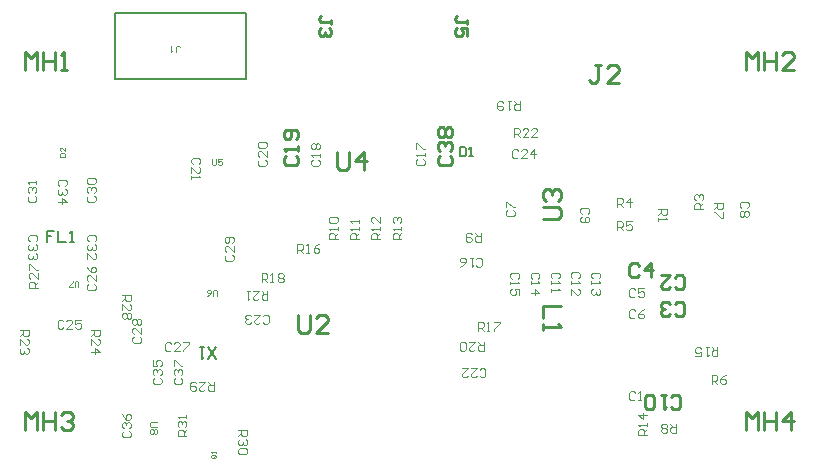
<source format=gbr>
G04*
G04 #@! TF.GenerationSoftware,Altium Limited,Altium Designer,24.7.2 (38)*
G04*
G04 Layer_Color=16711935*
%FSLAX25Y25*%
%MOIN*%
G70*
G04*
G04 #@! TF.SameCoordinates,AB7849DE-EAC8-4354-A705-FC1E97C67EB3*
G04*
G04*
G04 #@! TF.FilePolarity,Positive*
G04*
G01*
G75*
%ADD13C,0.00787*%
%ADD15C,0.01000*%
%ADD16C,0.00394*%
%ADD110C,0.00410*%
G36*
X188503Y326096D02*
X188525D01*
X188554Y326092D01*
X188584Y326087D01*
X188621Y326083D01*
X188658Y326074D01*
X188700Y326063D01*
X188741Y326052D01*
X188783Y326037D01*
X188824Y326017D01*
X188865Y325996D01*
X188907Y325972D01*
X188944Y325941D01*
X188979Y325908D01*
X188981Y325906D01*
X188985Y325900D01*
X188994Y325889D01*
X189007Y325874D01*
X189020Y325854D01*
X189033Y325828D01*
X189051Y325799D01*
X189066Y325767D01*
X189081Y325730D01*
X189096Y325688D01*
X189112Y325640D01*
X189125Y325590D01*
X189134Y325536D01*
X189142Y325475D01*
X189147Y325411D01*
Y325344D01*
X188846Y325302D01*
Y325305D01*
Y325315D01*
X188844Y325329D01*
X188841Y325348D01*
X188839Y325372D01*
X188837Y325398D01*
X188833Y325429D01*
X188828Y325459D01*
X188815Y325525D01*
X188796Y325590D01*
X188785Y325621D01*
X188772Y325649D01*
X188756Y325675D01*
X188739Y325697D01*
X188737Y325699D01*
X188734Y325701D01*
X188728Y325706D01*
X188722Y325712D01*
X188700Y325730D01*
X188669Y325749D01*
X188632Y325769D01*
X188586Y325784D01*
X188534Y325797D01*
X188503Y325799D01*
X188473Y325802D01*
X188451D01*
X188427Y325799D01*
X188399Y325795D01*
X188364Y325789D01*
X188329Y325778D01*
X188292Y325765D01*
X188257Y325745D01*
X188253Y325743D01*
X188242Y325734D01*
X188227Y325721D01*
X188207Y325704D01*
X188185Y325682D01*
X188166Y325656D01*
X188146Y325625D01*
X188131Y325590D01*
Y325588D01*
X188128Y325586D01*
X188126Y325579D01*
X188124Y325571D01*
X188122Y325560D01*
X188120Y325547D01*
X188115Y325531D01*
X188113Y325514D01*
X188109Y325492D01*
X188107Y325468D01*
X188104Y325442D01*
X188100Y325414D01*
X188098Y325383D01*
Y325350D01*
X188096Y325313D01*
Y325274D01*
Y323543D01*
X187762D01*
Y325257D01*
Y325261D01*
Y325270D01*
Y325287D01*
X187764Y325309D01*
Y325335D01*
X187767Y325366D01*
X187769Y325398D01*
X187771Y325435D01*
X187782Y325514D01*
X187795Y325594D01*
X187815Y325673D01*
X187828Y325710D01*
X187841Y325745D01*
Y325747D01*
X187845Y325751D01*
X187849Y325762D01*
X187856Y325773D01*
X187863Y325789D01*
X187873Y325804D01*
X187900Y325843D01*
X187932Y325885D01*
X187976Y325928D01*
X188024Y325972D01*
X188083Y326009D01*
X188085D01*
X188089Y326013D01*
X188100Y326017D01*
X188111Y326022D01*
X188128Y326028D01*
X188146Y326037D01*
X188168Y326046D01*
X188194Y326052D01*
X188220Y326061D01*
X188251Y326070D01*
X188281Y326076D01*
X188316Y326085D01*
X188390Y326094D01*
X188471Y326098D01*
X188486D01*
X188503Y326096D01*
D02*
G37*
G36*
X186356Y325455D02*
X187446D01*
Y325172D01*
X186300Y323543D01*
X186047D01*
Y325172D01*
X185706D01*
Y325455D01*
X186047D01*
Y326057D01*
X186356D01*
Y325455D01*
D02*
G37*
%LPC*%
G36*
X187143Y325172D02*
X186356D01*
Y324040D01*
X187143Y325172D01*
D02*
G37*
%LPD*%
D13*
X167198Y315074D02*
X211095D01*
X167198D02*
Y337122D01*
X211095D01*
Y315074D02*
Y337122D01*
X200948Y221628D02*
X198324Y225564D01*
Y221628D02*
X200948Y225564D01*
X197012D02*
X195700D01*
X196356D01*
Y221628D01*
X197012Y222284D01*
X147112Y264467D02*
X144488D01*
Y262499D01*
X145800D01*
X144488D01*
Y260531D01*
X148424Y264467D02*
Y260531D01*
X151048D01*
X152360D02*
X153672D01*
X153016D01*
Y264467D01*
X152360Y263811D01*
X282283Y292322D02*
Y289173D01*
X283858D01*
X284383Y289698D01*
Y291797D01*
X283858Y292322D01*
X282283D01*
X285432Y289173D02*
X286482D01*
X285957D01*
Y292322D01*
X285432Y291797D01*
D15*
X353922Y236796D02*
X354709Y236009D01*
X356284D01*
X357071Y236796D01*
Y239945D01*
X356284Y240732D01*
X354709D01*
X353922Y239945D01*
X352348Y236796D02*
X351561Y236009D01*
X349987D01*
X349199Y236796D01*
Y237584D01*
X349987Y238371D01*
X350774D01*
X349987D01*
X349199Y239158D01*
Y239945D01*
X349987Y240732D01*
X351561D01*
X352348Y239945D01*
X228165Y236329D02*
Y231330D01*
X229165Y230331D01*
X231164D01*
X232164Y231330D01*
Y236329D01*
X238162Y230331D02*
X234163D01*
X238162Y234329D01*
Y235329D01*
X237162Y236329D01*
X235163D01*
X234163Y235329D01*
X315856Y239354D02*
X309858D01*
Y235356D01*
Y233356D02*
Y231357D01*
Y232357D01*
X315856D01*
X314857Y233356D01*
X275773Y289385D02*
X274986Y288598D01*
Y287023D01*
X275773Y286236D01*
X278922D01*
X279709Y287023D01*
Y288598D01*
X278922Y289385D01*
X275773Y290959D02*
X274986Y291746D01*
Y293320D01*
X275773Y294108D01*
X276560D01*
X277347Y293320D01*
Y292533D01*
Y293320D01*
X278134Y294108D01*
X278922D01*
X279709Y293320D01*
Y291746D01*
X278922Y290959D01*
X275773Y295682D02*
X274986Y296469D01*
Y298043D01*
X275773Y298831D01*
X276560D01*
X277347Y298043D01*
X278134Y298831D01*
X278922D01*
X279709Y298043D01*
Y296469D01*
X278922Y295682D01*
X278134D01*
X277347Y296469D01*
X276560Y295682D01*
X275773D01*
X277347Y296469D02*
Y298043D01*
X329211Y319793D02*
X327212D01*
X328212D01*
Y314795D01*
X327212Y313795D01*
X326212D01*
X325213Y314795D01*
X335209Y313795D02*
X331211D01*
X335209Y317794D01*
Y318794D01*
X334210Y319793D01*
X332210D01*
X331211Y318794D01*
X284660Y333384D02*
Y334696D01*
Y334040D01*
X281380D01*
X280724Y334696D01*
Y335352D01*
X281380Y336008D01*
X284660Y329448D02*
Y332072D01*
X282692D01*
X283348Y330760D01*
Y330104D01*
X282692Y329448D01*
X281380D01*
X280724Y330104D01*
Y331416D01*
X281380Y332072D01*
X239385Y333384D02*
Y334696D01*
Y334040D01*
X236105D01*
X235449Y334696D01*
Y335352D01*
X236105Y336008D01*
X238729Y332072D02*
X239385Y331416D01*
Y330104D01*
X238729Y329448D01*
X238073D01*
X237417Y330104D01*
Y330760D01*
Y330104D01*
X236761Y329448D01*
X236105D01*
X235449Y330104D01*
Y331416D01*
X236105Y332072D01*
X310010Y268169D02*
X315008D01*
X316008Y269169D01*
Y271168D01*
X315008Y272168D01*
X310010D01*
X311010Y274167D02*
X310010Y275167D01*
Y277166D01*
X311010Y278166D01*
X312009D01*
X313009Y277166D01*
Y276167D01*
Y277166D01*
X314008Y278166D01*
X315008D01*
X316008Y277166D01*
Y275167D01*
X315008Y274167D01*
X241158Y290659D02*
Y285661D01*
X242157Y284661D01*
X244157D01*
X245156Y285661D01*
Y290659D01*
X250155Y284661D02*
Y290659D01*
X247155Y287660D01*
X251154D01*
X224395Y289385D02*
X223608Y288598D01*
Y287023D01*
X224395Y286236D01*
X227544D01*
X228331Y287023D01*
Y288598D01*
X227544Y289385D01*
X228331Y290959D02*
Y292533D01*
Y291746D01*
X223608D01*
X224395Y290959D01*
X227544Y294895D02*
X228331Y295682D01*
Y297256D01*
X227544Y298043D01*
X224395D01*
X223608Y297256D01*
Y295682D01*
X224395Y294895D01*
X225182D01*
X225969Y295682D01*
Y298043D01*
X377575Y198047D02*
Y204045D01*
X379574Y202046D01*
X381574Y204045D01*
Y198047D01*
X383573Y204045D02*
Y198047D01*
Y201046D01*
X387572D01*
Y204045D01*
Y198047D01*
X392570D02*
Y204045D01*
X389571Y201046D01*
X393570D01*
X377575Y318126D02*
Y324124D01*
X379574Y322125D01*
X381574Y324124D01*
Y318126D01*
X383573Y324124D02*
Y318126D01*
Y321125D01*
X387572D01*
Y324124D01*
Y318126D01*
X393570D02*
X389571D01*
X393570Y322125D01*
Y323124D01*
X392570Y324124D01*
X390571D01*
X389571Y323124D01*
X137417Y198047D02*
Y204045D01*
X139417Y202046D01*
X141416Y204045D01*
Y198047D01*
X143415Y204045D02*
Y198047D01*
Y201046D01*
X147414D01*
Y204045D01*
Y198047D01*
X149414Y203046D02*
X150413Y204045D01*
X152412D01*
X153412Y203046D01*
Y202046D01*
X152412Y201046D01*
X151413D01*
X152412D01*
X153412Y200047D01*
Y199047D01*
X152412Y198047D01*
X150413D01*
X149414Y199047D01*
X137417Y318126D02*
Y324124D01*
X139417Y322125D01*
X141416Y324124D01*
Y318126D01*
X143415Y324124D02*
Y318126D01*
Y321125D01*
X147414D01*
Y324124D01*
Y318126D01*
X149414D02*
X151413D01*
X150413D01*
Y324124D01*
X149414Y323124D01*
X352544Y205694D02*
X353331Y204907D01*
X354906D01*
X355693Y205694D01*
Y208843D01*
X354906Y209630D01*
X353331D01*
X352544Y208843D01*
X350970Y209630D02*
X349396D01*
X350183D01*
Y204907D01*
X350970Y205694D01*
X347034D02*
X346247Y204907D01*
X344673D01*
X343886Y205694D01*
Y208843D01*
X344673Y209630D01*
X346247D01*
X347034Y208843D01*
Y205694D01*
X341944Y252770D02*
X341157Y253557D01*
X339582D01*
X338795Y252770D01*
Y249622D01*
X339582Y248835D01*
X341157D01*
X341944Y249622D01*
X345880Y248835D02*
Y253557D01*
X343518Y251196D01*
X346667D01*
X353922Y245655D02*
X354709Y244868D01*
X356284D01*
X357071Y245655D01*
Y248803D01*
X356284Y249590D01*
X354709D01*
X353922Y248803D01*
X349199Y249590D02*
X352348D01*
X349199Y246442D01*
Y245655D01*
X349987Y244868D01*
X351561D01*
X352348Y245655D01*
D16*
X308284Y248480D02*
X308776Y248972D01*
Y249955D01*
X308284Y250447D01*
X306316D01*
X305824Y249955D01*
Y248972D01*
X306316Y248480D01*
X305824Y247496D02*
Y246512D01*
Y247004D01*
X308776D01*
X308284Y247496D01*
X305824Y243560D02*
X308776D01*
X307300Y245036D01*
Y243068D01*
X340755Y210347D02*
X340263Y210839D01*
X339279D01*
X338787Y210347D01*
Y208379D01*
X339279Y207887D01*
X340263D01*
X340755Y208379D01*
X341738Y207887D02*
X342722D01*
X342230D01*
Y210839D01*
X341738Y210347D01*
X141535Y245472D02*
X138584D01*
Y246948D01*
X139076Y247440D01*
X140059D01*
X140551Y246948D01*
Y245472D01*
Y246456D02*
X141535Y247440D01*
Y250392D02*
Y248424D01*
X139568Y250392D01*
X139076D01*
X138584Y249900D01*
Y248916D01*
X139076Y248424D01*
X138584Y251376D02*
Y253344D01*
X139076D01*
X141043Y251376D01*
X141535D01*
X201194Y242543D02*
Y244183D01*
X200866Y244511D01*
X200210D01*
X199882Y244183D01*
Y242543D01*
X197914D02*
X198570Y242871D01*
X199226Y243527D01*
Y244183D01*
X198898Y244511D01*
X198242D01*
X197914Y244183D01*
Y243855D01*
X198242Y243527D01*
X199226D01*
X187304Y215310D02*
X186812Y214818D01*
Y213834D01*
X187304Y213342D01*
X189272D01*
X189764Y213834D01*
Y214818D01*
X189272Y215310D01*
X187304Y216294D02*
X186812Y216786D01*
Y217770D01*
X187304Y218262D01*
X187796D01*
X188288Y217770D01*
Y217278D01*
Y217770D01*
X188780Y218262D01*
X189272D01*
X189764Y217770D01*
Y216786D01*
X189272Y216294D01*
X186812Y219246D02*
Y221214D01*
X187304D01*
X189272Y219246D01*
X189764D01*
X191122Y196039D02*
X188170D01*
Y197515D01*
X188662Y198007D01*
X189646D01*
X190138Y197515D01*
Y196039D01*
Y197023D02*
X191122Y198007D01*
X188662Y198991D02*
X188170Y199483D01*
Y200467D01*
X188662Y200959D01*
X189154D01*
X189646Y200467D01*
Y199975D01*
Y200467D01*
X190138Y200959D01*
X190630D01*
X191122Y200467D01*
Y199483D01*
X190630Y198991D01*
X191122Y201943D02*
Y202927D01*
Y202435D01*
X188170D01*
X188662Y201943D01*
X366929Y273622D02*
X369881D01*
Y272146D01*
X369389Y271654D01*
X368405D01*
X367913Y272146D01*
Y273622D01*
Y272638D02*
X366929Y271654D01*
X369881Y270670D02*
Y268702D01*
X369389D01*
X367421Y270670D01*
X366929D01*
X208366Y197835D02*
X211318D01*
Y196359D01*
X210826Y195867D01*
X209842D01*
X209350Y196359D01*
Y197835D01*
Y196851D02*
X208366Y195867D01*
X210826Y194883D02*
X211318Y194391D01*
Y193407D01*
X210826Y192915D01*
X210334D01*
X209842Y193407D01*
Y193899D01*
Y193407D01*
X209350Y192915D01*
X208858D01*
X208366Y193407D01*
Y194391D01*
X208858Y194883D01*
X210826Y191931D02*
X211318Y191439D01*
Y190455D01*
X210826Y189963D01*
X208858D01*
X208366Y190455D01*
Y191439D01*
X208858Y191931D01*
X210826D01*
X170146Y197548D02*
X169654Y197056D01*
Y196072D01*
X170146Y195580D01*
X172113D01*
X172605Y196072D01*
Y197056D01*
X172113Y197548D01*
X170146Y198531D02*
X169654Y199023D01*
Y200007D01*
X170146Y200499D01*
X170638D01*
X171130Y200007D01*
Y199515D01*
Y200007D01*
X171622Y200499D01*
X172113D01*
X172605Y200007D01*
Y199023D01*
X172113Y198531D01*
X169654Y203451D02*
X170146Y202467D01*
X171130Y201483D01*
X172113D01*
X172605Y201975D01*
Y202959D01*
X172113Y203451D01*
X171622D01*
X171130Y202959D01*
Y201483D01*
X181354Y200630D02*
X179386D01*
X178992Y200236D01*
Y199449D01*
X179386Y199056D01*
X181354D01*
X180960Y198269D02*
X181354Y197875D01*
Y197088D01*
X180960Y196694D01*
X180566D01*
X180173Y197088D01*
X179779Y196694D01*
X179386D01*
X178992Y197088D01*
Y197875D01*
X179386Y198269D01*
X179779D01*
X180173Y197875D01*
X180566Y198269D01*
X180960D01*
X180173Y197875D02*
Y197088D01*
X204417Y256429D02*
X203925Y255937D01*
Y254954D01*
X204417Y254462D01*
X206385D01*
X206877Y254954D01*
Y255937D01*
X206385Y256429D01*
X206877Y259381D02*
Y257413D01*
X204909Y259381D01*
X204417D01*
X203925Y258889D01*
Y257905D01*
X204417Y257413D01*
X206385Y260365D02*
X206877Y260857D01*
Y261841D01*
X206385Y262333D01*
X204417D01*
X203925Y261841D01*
Y260857D01*
X204417Y260365D01*
X204909D01*
X205401Y260857D01*
Y262333D01*
X200210Y213999D02*
Y211047D01*
X198734D01*
X198242Y211539D01*
Y212523D01*
X198734Y213015D01*
X200210D01*
X199226D02*
X198242Y213999D01*
X195290D02*
X197258D01*
X195290Y212031D01*
Y211539D01*
X195782Y211047D01*
X196766D01*
X197258Y211539D01*
X194306Y213507D02*
X193814Y213999D01*
X192830D01*
X192338Y213507D01*
Y211539D01*
X192830Y211047D01*
X193814D01*
X194306Y211539D01*
Y212031D01*
X193814Y212523D01*
X192338D01*
X180414Y215310D02*
X179922Y214818D01*
Y213834D01*
X180414Y213342D01*
X182382D01*
X182874Y213834D01*
Y214818D01*
X182382Y215310D01*
X180414Y216294D02*
X179922Y216786D01*
Y217770D01*
X180414Y218262D01*
X180906D01*
X181398Y217770D01*
Y217278D01*
Y217770D01*
X181890Y218262D01*
X182382D01*
X182874Y217770D01*
Y216786D01*
X182382Y216294D01*
X179922Y221214D02*
Y219246D01*
X181398D01*
X180906Y220230D01*
Y220722D01*
X181398Y221214D01*
X182382D01*
X182874Y220722D01*
Y219738D01*
X182382Y219246D01*
X185970Y226708D02*
X185478Y227200D01*
X184494D01*
X184002Y226708D01*
Y224740D01*
X184494Y224248D01*
X185478D01*
X185970Y224740D01*
X188921Y224248D02*
X186954D01*
X188921Y226216D01*
Y226708D01*
X188429Y227200D01*
X187446D01*
X186954Y226708D01*
X189905Y227200D02*
X191873D01*
Y226708D01*
X189905Y224740D01*
Y224248D01*
X173524Y229090D02*
X173032Y228598D01*
Y227614D01*
X173524Y227122D01*
X175492D01*
X175984Y227614D01*
Y228598D01*
X175492Y229090D01*
X175984Y232041D02*
Y230073D01*
X174016Y232041D01*
X173524D01*
X173032Y231549D01*
Y230566D01*
X173524Y230073D01*
Y233025D02*
X173032Y233517D01*
Y234501D01*
X173524Y234993D01*
X174016D01*
X174508Y234501D01*
X175000Y234993D01*
X175492D01*
X175984Y234501D01*
Y233517D01*
X175492Y233025D01*
X175000D01*
X174508Y233517D01*
X174016Y233025D01*
X173524D01*
X174508Y233517D02*
Y234501D01*
X169685Y242913D02*
X172637D01*
Y241438D01*
X172145Y240946D01*
X171161D01*
X170669Y241438D01*
Y242913D01*
Y241929D02*
X169685Y240946D01*
Y237994D02*
Y239962D01*
X171653Y237994D01*
X172145D01*
X172637Y238486D01*
Y239470D01*
X172145Y239962D01*
Y237010D02*
X172637Y236518D01*
Y235534D01*
X172145Y235042D01*
X171653D01*
X171161Y235534D01*
X170669Y235042D01*
X170177D01*
X169685Y235534D01*
Y236518D01*
X170177Y237010D01*
X170669D01*
X171161Y236518D01*
X171653Y237010D01*
X172145D01*
X171161Y236518D02*
Y235534D01*
X334646Y272441D02*
Y275393D01*
X336122D01*
X336613Y274901D01*
Y273917D01*
X336122Y273425D01*
X334646D01*
X335630D02*
X336613Y272441D01*
X339073D02*
Y275393D01*
X337597Y273917D01*
X339565D01*
X334646Y264567D02*
Y267519D01*
X336122D01*
X336614Y267027D01*
Y266043D01*
X336122Y265551D01*
X334646D01*
X335630D02*
X336614Y264567D01*
X339565Y267519D02*
X337597D01*
Y266043D01*
X338581Y266535D01*
X339073D01*
X339565Y266043D01*
Y265059D01*
X339073Y264567D01*
X338089D01*
X337597Y265059D01*
X324914Y270145D02*
X325406Y270637D01*
Y271621D01*
X324914Y272113D01*
X322946D01*
X322454Y271621D01*
Y270637D01*
X322946Y270145D01*
Y269162D02*
X322454Y268670D01*
Y267686D01*
X322946Y267194D01*
X324914D01*
X325406Y267686D01*
Y268670D01*
X324914Y269162D01*
X324422D01*
X323930Y268670D01*
Y267194D01*
X287624Y252949D02*
X288116Y252457D01*
X289100D01*
X289592Y252949D01*
Y254917D01*
X289100Y255409D01*
X288116D01*
X287624Y254917D01*
X286640Y255409D02*
X285656D01*
X286148D01*
Y252457D01*
X286640Y252949D01*
X282212Y252457D02*
X283196Y252949D01*
X284180Y253933D01*
Y254917D01*
X283688Y255409D01*
X282704D01*
X282212Y254917D01*
Y254425D01*
X282704Y253933D01*
X284180D01*
X289173Y263779D02*
Y260828D01*
X287697D01*
X287205Y261320D01*
Y262304D01*
X287697Y262796D01*
X289173D01*
X288189D02*
X287205Y263779D01*
X286221Y263288D02*
X285729Y263779D01*
X284746D01*
X284254Y263288D01*
Y261320D01*
X284746Y260828D01*
X285729D01*
X286221Y261320D01*
Y261812D01*
X285729Y262304D01*
X284254D01*
X298118Y271193D02*
X297626Y270701D01*
Y269717D01*
X298118Y269225D01*
X300086D01*
X300578Y269717D01*
Y270701D01*
X300086Y271193D01*
X297626Y272177D02*
Y274145D01*
X298118D01*
X300086Y272177D01*
X300578D01*
X348425Y271654D02*
X351377D01*
Y270178D01*
X350885Y269686D01*
X349901D01*
X349409Y270178D01*
Y271654D01*
Y270670D02*
X348425Y269686D01*
Y268702D02*
Y267718D01*
Y268210D01*
X351377D01*
X350885Y268702D01*
X290158Y227362D02*
Y224410D01*
X288682D01*
X288190Y224902D01*
Y225886D01*
X288682Y226378D01*
X290158D01*
X289174D02*
X288190Y227362D01*
X285238D02*
X287206D01*
X285238Y225394D01*
Y224902D01*
X285730Y224410D01*
X286714D01*
X287206Y224902D01*
X284254D02*
X283762Y224410D01*
X282778D01*
X282286Y224902D01*
Y226870D01*
X282778Y227362D01*
X283762D01*
X284254Y226870D01*
Y224902D01*
X288805Y216138D02*
X289297Y215646D01*
X290281D01*
X290773Y216138D01*
Y218106D01*
X290281Y218598D01*
X289297D01*
X288805Y218106D01*
X285853Y218598D02*
X287821D01*
X285853Y216630D01*
Y216138D01*
X286345Y215646D01*
X287329D01*
X287821Y216138D01*
X282902Y218598D02*
X284869D01*
X282902Y216630D01*
Y216138D01*
X283393Y215646D01*
X284377D01*
X284869Y216138D01*
X288189Y231102D02*
Y234054D01*
X289665D01*
X290157Y233562D01*
Y232578D01*
X289665Y232086D01*
X288189D01*
X289173D02*
X290157Y231102D01*
X291141D02*
X292125D01*
X291633D01*
Y234054D01*
X291141Y233562D01*
X293601Y234054D02*
X295568D01*
Y233562D01*
X293601Y231594D01*
Y231102D01*
X301587Y248472D02*
X302079Y248964D01*
Y249948D01*
X301587Y250440D01*
X299619D01*
X299127Y249948D01*
Y248964D01*
X299619Y248472D01*
X299127Y247488D02*
Y246504D01*
Y246996D01*
X302079D01*
X301587Y247488D01*
X302079Y243061D02*
Y245028D01*
X300603D01*
X301095Y244045D01*
Y243553D01*
X300603Y243061D01*
X299619D01*
X299127Y243553D01*
Y244537D01*
X299619Y245028D01*
X378063Y272114D02*
X378555Y272606D01*
Y273590D01*
X378063Y274082D01*
X376095D01*
X375603Y273590D01*
Y272606D01*
X376095Y272114D01*
X378063Y271130D02*
X378555Y270638D01*
Y269654D01*
X378063Y269162D01*
X377571D01*
X377079Y269654D01*
X376587Y269162D01*
X376095D01*
X375603Y269654D01*
Y270638D01*
X376095Y271130D01*
X376587D01*
X377079Y270638D01*
X377571Y271130D01*
X378063D01*
X377079Y270638D02*
Y269654D01*
X321750Y248557D02*
X322242Y249049D01*
Y250033D01*
X321750Y250525D01*
X319782D01*
X319290Y250033D01*
Y249049D01*
X319782Y248557D01*
X319290Y247573D02*
Y246589D01*
Y247081D01*
X322242D01*
X321750Y247573D01*
X319290Y243146D02*
Y245114D01*
X321258Y243146D01*
X321750D01*
X322242Y243638D01*
Y244622D01*
X321750Y245114D01*
X328483Y248518D02*
X328975Y249010D01*
Y249994D01*
X328483Y250486D01*
X326515D01*
X326023Y249994D01*
Y249010D01*
X326515Y248518D01*
X326023Y247534D02*
Y246551D01*
Y247042D01*
X328975D01*
X328483Y247534D01*
Y245075D02*
X328975Y244583D01*
Y243599D01*
X328483Y243107D01*
X327991D01*
X327499Y243599D01*
Y244091D01*
Y243599D01*
X327007Y243107D01*
X326515D01*
X326023Y243599D01*
Y244583D01*
X326515Y245075D01*
X363386Y271654D02*
X360434D01*
Y273130D01*
X360926Y273621D01*
X361910D01*
X362402Y273130D01*
Y271654D01*
Y272638D02*
X363386Y273621D01*
X360926Y274605D02*
X360434Y275097D01*
Y276081D01*
X360926Y276573D01*
X361418D01*
X361910Y276081D01*
Y275589D01*
Y276081D01*
X362402Y276573D01*
X362894D01*
X363386Y276081D01*
Y275097D01*
X362894Y274605D01*
X262795Y261614D02*
X259843D01*
Y263090D01*
X260335Y263582D01*
X261319D01*
X261811Y263090D01*
Y261614D01*
Y262598D02*
X262795Y263582D01*
Y264566D02*
Y265550D01*
Y265058D01*
X259843D01*
X260335Y264566D01*
Y267026D02*
X259843Y267518D01*
Y268502D01*
X260335Y268994D01*
X260827D01*
X261319Y268502D01*
Y268010D01*
Y268502D01*
X261811Y268994D01*
X262303D01*
X262795Y268502D01*
Y267518D01*
X262303Y267026D01*
X255709Y261614D02*
X252757D01*
Y263090D01*
X253249Y263582D01*
X254233D01*
X254725Y263090D01*
Y261614D01*
Y262598D02*
X255709Y263582D01*
Y264566D02*
Y265550D01*
Y265058D01*
X252757D01*
X253249Y264566D01*
X255709Y268994D02*
Y267026D01*
X253741Y268994D01*
X253249D01*
X252757Y268502D01*
Y267518D01*
X253249Y267026D01*
X248622Y261614D02*
X245670D01*
Y263090D01*
X246162Y263582D01*
X247146D01*
X247638Y263090D01*
Y261614D01*
Y262598D02*
X248622Y263582D01*
Y264566D02*
Y265550D01*
Y265058D01*
X245670D01*
X246162Y264566D01*
X248622Y267026D02*
Y268010D01*
Y267518D01*
X245670D01*
X246162Y267026D01*
X241535Y261614D02*
X238584D01*
Y263090D01*
X239076Y263582D01*
X240059D01*
X240551Y263090D01*
Y261614D01*
Y262598D02*
X241535Y263582D01*
Y264566D02*
Y265550D01*
Y265058D01*
X238584D01*
X239076Y264566D01*
Y267026D02*
X238584Y267518D01*
Y268502D01*
X239076Y268994D01*
X241043D01*
X241535Y268502D01*
Y267518D01*
X241043Y267026D01*
X239076D01*
X301705Y291075D02*
X301213Y291567D01*
X300229D01*
X299737Y291075D01*
Y289107D01*
X300229Y288615D01*
X301213D01*
X301705Y289107D01*
X304657Y288615D02*
X302689D01*
X304657Y290583D01*
Y291075D01*
X304165Y291567D01*
X303181D01*
X302689Y291075D01*
X307117Y288615D02*
Y291567D01*
X305641Y290091D01*
X307609D01*
X216602Y233945D02*
X217094Y233453D01*
X218078D01*
X218570Y233945D01*
Y235913D01*
X218078Y236405D01*
X217094D01*
X216602Y235913D01*
X213650Y236405D02*
X215618D01*
X213650Y234437D01*
Y233945D01*
X214142Y233453D01*
X215126D01*
X215618Y233945D01*
X212666D02*
X212174Y233453D01*
X211191D01*
X210699Y233945D01*
Y234437D01*
X211191Y234929D01*
X211682D01*
X211191D01*
X210699Y235421D01*
Y235913D01*
X211191Y236405D01*
X212174D01*
X212666Y235913D01*
X228057Y257087D02*
Y260038D01*
X229533D01*
X230025Y259546D01*
Y258562D01*
X229533Y258071D01*
X228057D01*
X229041D02*
X230025Y257087D01*
X231009D02*
X231993D01*
X231501D01*
Y260038D01*
X231009Y259546D01*
X235437Y260038D02*
X234453Y259546D01*
X233469Y258562D01*
Y257579D01*
X233961Y257087D01*
X234945D01*
X235437Y257579D01*
Y258071D01*
X234945Y258562D01*
X233469D01*
X159252Y231299D02*
X162204D01*
Y229823D01*
X161712Y229331D01*
X160728D01*
X160236Y229823D01*
Y231299D01*
Y230315D02*
X159252Y229331D01*
Y226379D02*
Y228347D01*
X161220Y226379D01*
X161712D01*
X162204Y226871D01*
Y227855D01*
X161712Y228347D01*
X159252Y223920D02*
X162204D01*
X160728Y225396D01*
Y223428D01*
X135630Y231299D02*
X138582D01*
Y229823D01*
X138090Y229331D01*
X137106D01*
X136614Y229823D01*
Y231299D01*
Y230315D02*
X135630Y229331D01*
Y226379D02*
Y228347D01*
X137598Y226379D01*
X138090D01*
X138582Y226871D01*
Y227855D01*
X138090Y228347D01*
Y225396D02*
X138582Y224904D01*
Y223920D01*
X138090Y223428D01*
X137598D01*
X137106Y223920D01*
Y224412D01*
Y223920D01*
X136614Y223428D01*
X136122D01*
X135630Y223920D01*
Y224904D01*
X136122Y225396D01*
X150130Y234264D02*
X149638Y234756D01*
X148654D01*
X148162Y234264D01*
Y232296D01*
X148654Y231804D01*
X149638D01*
X150130Y232296D01*
X153082Y231804D02*
X151114D01*
X153082Y233772D01*
Y234264D01*
X152590Y234756D01*
X151606D01*
X151114Y234264D01*
X156034Y234756D02*
X154066D01*
Y233280D01*
X155050Y233772D01*
X155542D01*
X156034Y233280D01*
Y232296D01*
X155542Y231804D01*
X154558D01*
X154066Y232296D01*
X155118Y245571D02*
Y247211D01*
X154790Y247539D01*
X154134D01*
X153806Y247211D01*
Y245571D01*
X153150D02*
X151838D01*
Y245900D01*
X153150Y247211D01*
Y247539D01*
X148820Y288878D02*
X150787D01*
Y289862D01*
X150459Y290190D01*
X149147D01*
X148820Y289862D01*
Y288878D01*
X150787Y292158D02*
Y290846D01*
X149476Y292158D01*
X149147D01*
X148820Y291830D01*
Y291174D01*
X149147Y290846D01*
X150701Y279397D02*
X151193Y279889D01*
Y280873D01*
X150701Y281365D01*
X148733D01*
X148241Y280873D01*
Y279889D01*
X148733Y279397D01*
X150701Y278414D02*
X151193Y277922D01*
Y276938D01*
X150701Y276446D01*
X150209D01*
X149717Y276938D01*
Y277430D01*
Y276938D01*
X149225Y276446D01*
X148733D01*
X148241Y276938D01*
Y277922D01*
X148733Y278414D01*
X148241Y273986D02*
X151193D01*
X149717Y275462D01*
Y273494D01*
X138669Y276114D02*
X138177Y275623D01*
Y274639D01*
X138669Y274147D01*
X140637D01*
X141129Y274639D01*
Y275623D01*
X140637Y276114D01*
X138669Y277098D02*
X138177Y277590D01*
Y278574D01*
X138669Y279066D01*
X139161D01*
X139653Y278574D01*
Y278082D01*
Y278574D01*
X140145Y279066D01*
X140637D01*
X141129Y278574D01*
Y277590D01*
X140637Y277098D01*
X141129Y280050D02*
Y281034D01*
Y280542D01*
X138177D01*
X138669Y280050D01*
X160543Y260893D02*
X161035Y261385D01*
Y262369D01*
X160543Y262861D01*
X158576D01*
X158084Y262369D01*
Y261385D01*
X158576Y260893D01*
X160543Y259910D02*
X161035Y259418D01*
Y258434D01*
X160543Y257942D01*
X160052D01*
X159560Y258434D01*
Y258926D01*
Y258434D01*
X159067Y257942D01*
X158576D01*
X158084Y258434D01*
Y259418D01*
X158576Y259910D01*
X158084Y254990D02*
Y256958D01*
X160052Y254990D01*
X160543D01*
X161035Y255482D01*
Y256466D01*
X160543Y256958D01*
X140858Y260893D02*
X141350Y261385D01*
Y262369D01*
X140858Y262861D01*
X138891D01*
X138399Y262369D01*
Y261385D01*
X138891Y260893D01*
X140858Y259910D02*
X141350Y259418D01*
Y258434D01*
X140858Y257942D01*
X140366D01*
X139874Y258434D01*
Y258926D01*
Y258434D01*
X139383Y257942D01*
X138891D01*
X138399Y258434D01*
Y259418D01*
X138891Y259910D01*
X140858Y256958D02*
X141350Y256466D01*
Y255482D01*
X140858Y254990D01*
X140366D01*
X139874Y255482D01*
Y255974D01*
Y255482D01*
X139383Y254990D01*
X138891D01*
X138399Y255482D01*
Y256466D01*
X138891Y256958D01*
X158354Y276114D02*
X157862Y275622D01*
Y274639D01*
X158354Y274147D01*
X160322D01*
X160814Y274639D01*
Y275622D01*
X160322Y276114D01*
X158354Y277098D02*
X157862Y277590D01*
Y278574D01*
X158354Y279066D01*
X158846D01*
X159338Y278574D01*
Y278082D01*
Y278574D01*
X159830Y279066D01*
X160322D01*
X160814Y278574D01*
Y277590D01*
X160322Y277098D01*
X158354Y280050D02*
X157862Y280542D01*
Y281526D01*
X158354Y282018D01*
X160322D01*
X160814Y281526D01*
Y280542D01*
X160322Y280050D01*
X158354D01*
Y246587D02*
X157862Y246095D01*
Y245111D01*
X158354Y244619D01*
X160322D01*
X160814Y245111D01*
Y246095D01*
X160322Y246587D01*
X160814Y249539D02*
Y247571D01*
X158846Y249539D01*
X158354D01*
X157862Y249047D01*
Y248063D01*
X158354Y247571D01*
X157862Y252490D02*
X158354Y251507D01*
X159338Y250523D01*
X160322D01*
X160814Y251015D01*
Y251998D01*
X160322Y252490D01*
X159830D01*
X159338Y251998D01*
Y250523D01*
X340681Y237709D02*
X340189Y238201D01*
X339206D01*
X338714Y237709D01*
Y235741D01*
X339206Y235249D01*
X340189D01*
X340681Y235741D01*
X343633Y238201D02*
X342649Y237709D01*
X341665Y236725D01*
Y235741D01*
X342157Y235249D01*
X343141D01*
X343633Y235741D01*
Y236233D01*
X343141Y236725D01*
X341665D01*
X366142Y213386D02*
Y216338D01*
X367618D01*
X368110Y215846D01*
Y214862D01*
X367618Y214370D01*
X366142D01*
X367126D02*
X368110Y213386D01*
X371061Y216338D02*
X370077Y215846D01*
X369093Y214862D01*
Y213878D01*
X369585Y213386D01*
X370569D01*
X371061Y213878D01*
Y214370D01*
X370569Y214862D01*
X369093D01*
X300197Y295689D02*
Y298640D01*
X301673D01*
X302165Y298148D01*
Y297165D01*
X301673Y296673D01*
X300197D01*
X301181D02*
X302165Y295689D01*
X305117D02*
X303149D01*
X305117Y297656D01*
Y298148D01*
X304625Y298640D01*
X303641D01*
X303149Y298148D01*
X308068Y295689D02*
X306101D01*
X308068Y297656D01*
Y298148D01*
X307576Y298640D01*
X306592D01*
X306101Y298148D01*
X218110Y244291D02*
Y241339D01*
X216634D01*
X216142Y241831D01*
Y242815D01*
X216634Y243307D01*
X218110D01*
X217126D02*
X216142Y244291D01*
X213191D02*
X215158D01*
X213191Y242323D01*
Y241831D01*
X213683Y241339D01*
X214667D01*
X215158Y241831D01*
X212207Y244291D02*
X211223D01*
X211715D01*
Y241339D01*
X212207Y241831D01*
X354331Y200000D02*
Y197048D01*
X352855D01*
X352363Y197540D01*
Y198524D01*
X352855Y199016D01*
X354331D01*
X353347D02*
X352363Y200000D01*
X351379Y197540D02*
X350887Y197048D01*
X349903D01*
X349411Y197540D01*
Y198032D01*
X349903Y198524D01*
X349411Y199016D01*
Y199508D01*
X349903Y200000D01*
X350887D01*
X351379Y199508D01*
Y199016D01*
X350887Y198524D01*
X351379Y198032D01*
Y197540D01*
X350887Y198524D02*
X349903D01*
X195189Y286681D02*
X195681Y287173D01*
Y288157D01*
X195189Y288649D01*
X193221D01*
X192729Y288157D01*
Y287173D01*
X193221Y286681D01*
X192729Y283729D02*
Y285697D01*
X194697Y283729D01*
X195189D01*
X195681Y284221D01*
Y285205D01*
X195189Y285697D01*
X192729Y282745D02*
Y281761D01*
Y282253D01*
X195681D01*
X195189Y282745D01*
X215441Y288122D02*
X214949Y287630D01*
Y286646D01*
X215441Y286154D01*
X217409D01*
X217901Y286646D01*
Y287630D01*
X217409Y288122D01*
X217901Y291074D02*
Y289106D01*
X215933Y291074D01*
X215441D01*
X214949Y290582D01*
Y289598D01*
X215441Y289106D01*
Y292058D02*
X214949Y292550D01*
Y293534D01*
X215441Y294026D01*
X217409D01*
X217901Y293534D01*
Y292550D01*
X217409Y292058D01*
X215441D01*
X233157Y288122D02*
X232665Y287630D01*
Y286646D01*
X233157Y286154D01*
X235125D01*
X235617Y286646D01*
Y287630D01*
X235125Y288122D01*
X235617Y289106D02*
Y290090D01*
Y289598D01*
X232665D01*
X233157Y289106D01*
Y291566D02*
X232665Y292058D01*
Y293042D01*
X233157Y293534D01*
X233649D01*
X234141Y293042D01*
X234633Y293534D01*
X235125D01*
X235617Y293042D01*
Y292058D01*
X235125Y291566D01*
X234633D01*
X234141Y292058D01*
X233649Y291566D01*
X233157D01*
X234141Y292058D02*
Y293042D01*
X268126Y288294D02*
X267635Y287802D01*
Y286818D01*
X268126Y286326D01*
X270094D01*
X270586Y286818D01*
Y287802D01*
X270094Y288294D01*
X270586Y289278D02*
Y290262D01*
Y289770D01*
X267635D01*
X268126Y289278D01*
X267635Y291738D02*
Y293706D01*
X268126D01*
X270094Y291738D01*
X270586D01*
X344685Y196260D02*
X341733D01*
Y197736D01*
X342225Y198228D01*
X343209D01*
X343701Y197736D01*
Y196260D01*
Y197244D02*
X344685Y198228D01*
Y199212D02*
Y200196D01*
Y199704D01*
X341733D01*
X342225Y199212D01*
X344685Y203147D02*
X341733D01*
X343209Y201672D01*
Y203639D01*
X199606Y288385D02*
Y286745D01*
X199934Y286417D01*
X200590D01*
X200918Y286745D01*
Y288385D01*
X202886D02*
X201574D01*
Y287401D01*
X202230Y287729D01*
X202558D01*
X202886Y287401D01*
Y286745D01*
X202558Y286417D01*
X201902D01*
X201574Y286745D01*
X216142Y247244D02*
Y250196D01*
X217618D01*
X218110Y249704D01*
Y248720D01*
X217618Y248228D01*
X216142D01*
X217126D02*
X218110Y247244D01*
X219094D02*
X220077D01*
X219585D01*
Y250196D01*
X219094Y249704D01*
X221553D02*
X222045Y250196D01*
X223029D01*
X223521Y249704D01*
Y249212D01*
X223029Y248720D01*
X223521Y248228D01*
Y247736D01*
X223029Y247244D01*
X222045D01*
X221553Y247736D01*
Y248228D01*
X222045Y248720D01*
X221553Y249212D01*
Y249704D01*
X222045Y248720D02*
X223029D01*
X302165Y307624D02*
Y304672D01*
X300689D01*
X300198Y305164D01*
Y306148D01*
X300689Y306640D01*
X302165D01*
X301181D02*
X300198Y307624D01*
X299214D02*
X298230D01*
X298722D01*
Y304672D01*
X299214Y305164D01*
X296754Y307132D02*
X296262Y307624D01*
X295278D01*
X294786Y307132D01*
Y305164D01*
X295278Y304672D01*
X296262D01*
X296754Y305164D01*
Y305656D01*
X296262Y306148D01*
X294786D01*
X368110Y225591D02*
Y222639D01*
X366634D01*
X366142Y223131D01*
Y224115D01*
X366634Y224607D01*
X368110D01*
X367126D02*
X366142Y225591D01*
X365158D02*
X364175D01*
X364666D01*
Y222639D01*
X365158Y223131D01*
X360731Y222639D02*
X362699D01*
Y224115D01*
X361715Y223623D01*
X361223D01*
X360731Y224115D01*
Y225099D01*
X361223Y225591D01*
X362207D01*
X362699Y225099D01*
X340681Y244795D02*
X340189Y245287D01*
X339206D01*
X338714Y244795D01*
Y242828D01*
X339206Y242336D01*
X340189D01*
X340681Y242828D01*
X343633Y245287D02*
X341665D01*
Y243811D01*
X342649Y244303D01*
X343141D01*
X343633Y243811D01*
Y242828D01*
X343141Y242336D01*
X342157D01*
X341665Y242828D01*
X315036Y248499D02*
X315528Y248991D01*
Y249975D01*
X315036Y250467D01*
X313069D01*
X312577Y249975D01*
Y248991D01*
X313069Y248499D01*
X312577Y247515D02*
Y246531D01*
Y247023D01*
X315528D01*
X315036Y247515D01*
X312577Y245055D02*
Y244071D01*
Y244563D01*
X315528D01*
X315036Y245055D01*
D110*
X200592Y189711D02*
X199479D01*
X199201Y189433D01*
Y188876D01*
X199479Y188598D01*
X200592D01*
X200870Y188876D01*
Y189433D01*
X200314Y189155D02*
X200870Y189711D01*
Y189433D02*
X200592Y189711D01*
X200870Y190267D02*
Y190823D01*
Y190545D01*
X199201D01*
X199479Y190267D01*
M02*

</source>
